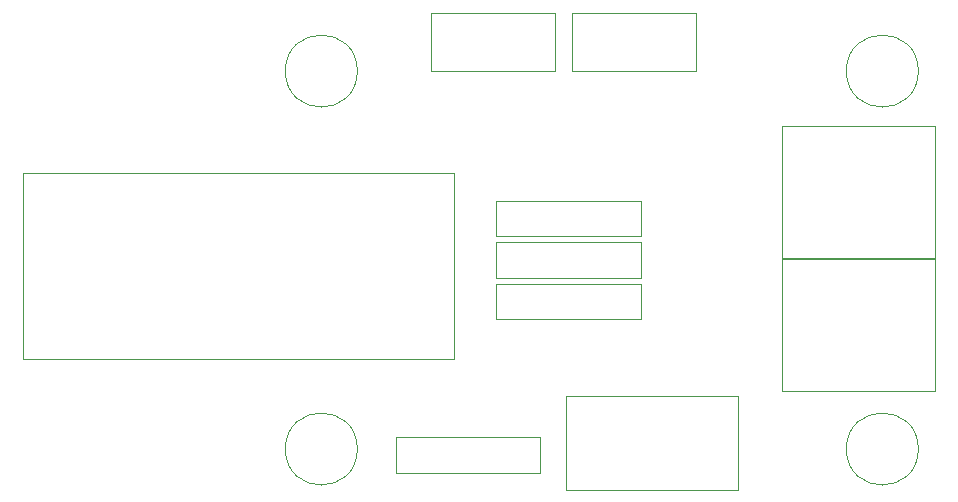
<source format=gbr>
G04 #@! TF.GenerationSoftware,KiCad,Pcbnew,(6.0.2)*
G04 #@! TF.CreationDate,2022-11-03T13:32:56+00:00*
G04 #@! TF.ProjectId,mosfet_circuit,6d6f7366-6574-45f6-9369-72637569742e,rev?*
G04 #@! TF.SameCoordinates,Original*
G04 #@! TF.FileFunction,Other,User*
%FSLAX46Y46*%
G04 Gerber Fmt 4.6, Leading zero omitted, Abs format (unit mm)*
G04 Created by KiCad (PCBNEW (6.0.2)) date 2022-11-03 13:32:56*
%MOMM*%
%LPD*%
G01*
G04 APERTURE LIST*
%ADD10C,0.050000*%
G04 APERTURE END LIST*
D10*
X202030000Y-85330000D02*
X214970000Y-85330000D01*
X202030000Y-85330000D02*
X202030000Y-74140000D01*
X214970000Y-74140000D02*
X214970000Y-85330000D01*
X214970000Y-74140000D02*
X202030000Y-74140000D01*
X137750000Y-78150000D02*
X137750000Y-93850000D01*
X174250000Y-93850000D02*
X137750000Y-93850000D01*
X174250000Y-78150000D02*
X137750000Y-78150000D01*
X174250000Y-93850000D02*
X174250000Y-78150000D01*
X202030000Y-96595000D02*
X214970000Y-96595000D01*
X214970000Y-85405000D02*
X214970000Y-96595000D01*
X202030000Y-96595000D02*
X202030000Y-85405000D01*
X214970000Y-85405000D02*
X202030000Y-85405000D01*
X172250000Y-69455000D02*
X182750000Y-69455000D01*
X182750000Y-64545000D02*
X172250000Y-64545000D01*
X182750000Y-69455000D02*
X182750000Y-64545000D01*
X172250000Y-64545000D02*
X172250000Y-69455000D01*
X194750000Y-64545000D02*
X184250000Y-64545000D01*
X184250000Y-69455000D02*
X194750000Y-69455000D01*
X184250000Y-64545000D02*
X184250000Y-69455000D01*
X194750000Y-69455000D02*
X194750000Y-64545000D01*
X177790000Y-80500000D02*
X177790000Y-83500000D01*
X190050000Y-80500000D02*
X177790000Y-80500000D01*
X177790000Y-83500000D02*
X190050000Y-83500000D01*
X190050000Y-83500000D02*
X190050000Y-80500000D01*
X177790000Y-84000000D02*
X177790000Y-87000000D01*
X177790000Y-87000000D02*
X190050000Y-87000000D01*
X190050000Y-87000000D02*
X190050000Y-84000000D01*
X190050000Y-84000000D02*
X177790000Y-84000000D01*
X190050000Y-90500000D02*
X190050000Y-87500000D01*
X190050000Y-87500000D02*
X177790000Y-87500000D01*
X177790000Y-90500000D02*
X190050000Y-90500000D01*
X177790000Y-87500000D02*
X177790000Y-90500000D01*
X181550000Y-100500000D02*
X169290000Y-100500000D01*
X169290000Y-100500000D02*
X169290000Y-103500000D01*
X181550000Y-103500000D02*
X181550000Y-100500000D01*
X169290000Y-103500000D02*
X181550000Y-103500000D01*
X198250000Y-97050000D02*
X183750000Y-97050000D01*
X183750000Y-104950000D02*
X198250000Y-104950000D01*
X183750000Y-97050000D02*
X183750000Y-104950000D01*
X198250000Y-104950000D02*
X198250000Y-97050000D01*
X213550000Y-101500000D02*
G75*
G03*
X213550000Y-101500000I-3050000J0D01*
G01*
X166050000Y-69500000D02*
G75*
G03*
X166050000Y-69500000I-3050000J0D01*
G01*
X166050000Y-101500000D02*
G75*
G03*
X166050000Y-101500000I-3050000J0D01*
G01*
X213550000Y-69500000D02*
G75*
G03*
X213550000Y-69500000I-3050000J0D01*
G01*
M02*

</source>
